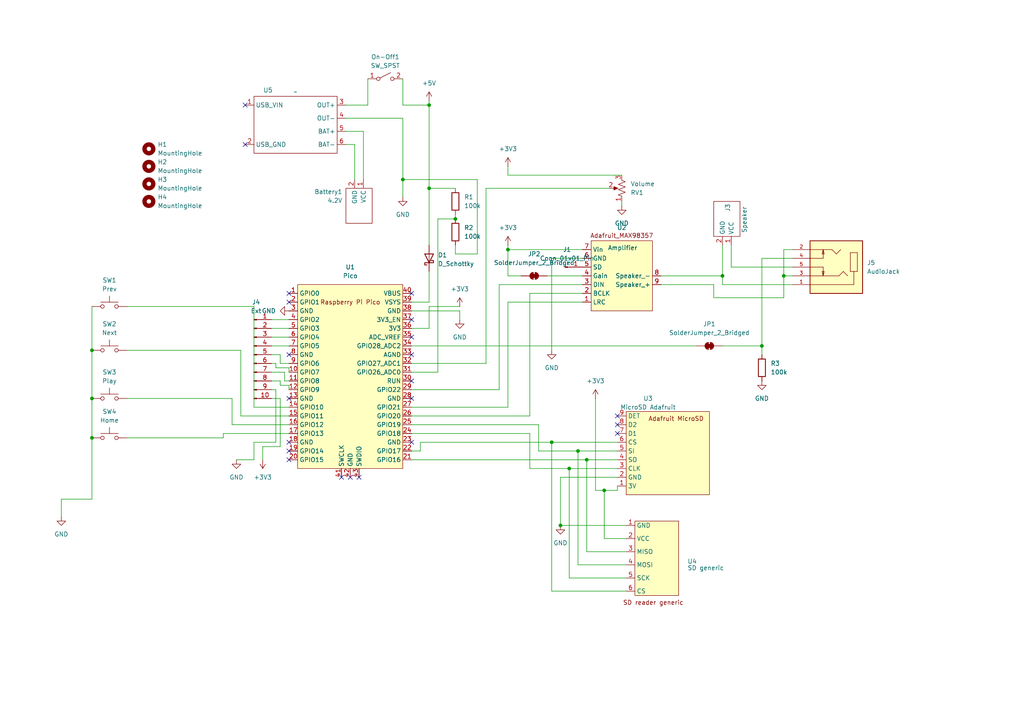
<source format=kicad_sch>
(kicad_sch (version 20231120) (generator "eeschema") (generator_version "8.0")
  (paper "A4")
  (title_block (title "Boite à histoire") (date "2024-04-26") (rev "12") (company "Fablab'ke"))
  (lib_symbols
    (symbol "Connector:Conn_01x01_Pin" (pin_names (offset 1.016) hide)
      (property "Reference" "J" (at 0 2.54 0))
      (property "Value" "Conn_01x01_Pin" (at 0 -2.54 0))
      (symbol "Conn_01x01_Pin_1_1"
        (polyline (pts (xy 1.27 0) (xy 0.8636 0)) (stroke (width 0.1524)))
        (rectangle (start 0.8636 0.127) (end 0 -0.127) (stroke (width 0.1524)) (fill (type outline)))
        (pin passive line (at 5.08 0 180) (length 3.81) (name "Pin_1") (number "1"))
      )
    )
    (symbol "Connector:Conn_01x10_Pin" (pin_names (offset 1.016) hide)
      (property "Reference" "J" (at 0 12.7 0))
      (property "Value" "Conn_01x10_Pin" (at 0 -15.24 0))
      (symbol "Conn_01x10_Pin_1_1"
        (polyline (pts (xy 1.27 -12.7) (xy 0.8636 -12.7)) (stroke (width 0.1524)))
        (polyline (pts (xy 1.27 -10.16) (xy 0.8636 -10.16)) (stroke (width 0.1524)))
        (polyline (pts (xy 1.27 -7.62) (xy 0.8636 -7.62)) (stroke (width 0.1524)))
        (polyline (pts (xy 1.27 -5.08) (xy 0.8636 -5.08)) (stroke (width 0.1524)))
        (polyline (pts (xy 1.27 -2.54) (xy 0.8636 -2.54)) (stroke (width 0.1524)))
        (polyline (pts (xy 1.27 0) (xy 0.8636 0)) (stroke (width 0.1524)))
        (polyline (pts (xy 1.27 2.54) (xy 0.8636 2.54)) (stroke (width 0.1524)))
        (polyline (pts (xy 1.27 5.08) (xy 0.8636 5.08)) (stroke (width 0.1524)))
        (polyline (pts (xy 1.27 7.62) (xy 0.8636 7.62)) (stroke (width 0.1524)))
        (polyline (pts (xy 1.27 10.16) (xy 0.8636 10.16)) (stroke (width 0.1524)))
        (rectangle (start 0.8636 -12.573) (end 0 -12.827) (stroke (width 0.1524)) (fill (type outline)))
        (rectangle (start 0.8636 -10.033) (end 0 -10.287) (stroke (width 0.1524)) (fill (type outline)))
        (rectangle (start 0.8636 -7.493) (end 0 -7.747) (stroke (width 0.1524)) (fill (type outline)))
        (rectangle (start 0.8636 -4.953) (end 0 -5.207) (stroke (width 0.1524)) (fill (type outline)))
        (rectangle (start 0.8636 -2.413) (end 0 -2.667) (stroke (width 0.1524)) (fill (type outline)))
        (rectangle (start 0.8636 0.127) (end 0 -0.127) (stroke (width 0.1524)) (fill (type outline)))
        (rectangle (start 0.8636 2.667) (end 0 2.413) (stroke (width 0.1524)) (fill (type outline)))
        (rectangle (start 0.8636 5.207) (end 0 4.953) (stroke (width 0.1524)) (fill (type outline)))
        (rectangle (start 0.8636 7.747) (end 0 7.493) (stroke (width 0.1524)) (fill (type outline)))
        (rectangle (start 0.8636 10.287) (end 0 10.033) (stroke (width 0.1524)) (fill (type outline)))
        (pin passive line (at 5.08 10.16 180) (length 3.81) (name "Pin_1") (number "1"))
        (pin passive line (at 5.08 -12.7 180) (length 3.81) (name "Pin_10") (number "10"))
        (pin passive line (at 5.08 7.62 180) (length 3.81) (name "Pin_2") (number "2"))
        (pin passive line (at 5.08 5.08 180) (length 3.81) (name "Pin_3") (number "3"))
        (pin passive line (at 5.08 2.54 180) (length 3.81) (name "Pin_4") (number "4"))
        (pin passive line (at 5.08 0 180) (length 3.81) (name "Pin_5") (number "5"))
        (pin passive line (at 5.08 -2.54 180) (length 3.81) (name "Pin_6") (number "6"))
        (pin passive line (at 5.08 -5.08 180) (length 3.81) (name "Pin_7") (number "7"))
        (pin passive line (at 5.08 -7.62 180) (length 3.81) (name "Pin_8") (number "8"))
        (pin passive line (at 5.08 -10.16 180) (length 3.81) (name "Pin_9") (number "9"))
      )
    )
    (symbol "Device:D_Schottky" (pin_numbers hide) (pin_names (offset 1.016) hide)
      (property "Reference" "D" (at 0 2.54 0))
      (property "Value" "D_Schottky" (at 0 -2.54 0))
      (symbol "D_Schottky_0_1"
        (polyline (pts (xy 1.27 0) (xy -1.27 0)))
        (polyline (pts (xy 1.27 1.27) (xy 1.27 -1.27) (xy -1.27 0) (xy 1.27 1.27)) (stroke (width 0.254)))
        (polyline (pts (xy -1.905 0.635) (xy -1.905 1.27) (xy -1.27 1.27) (xy -1.27 -1.27) (xy -0.635 -1.27) (xy -0.635 -0.635)) (stroke (width 0.254)))
      )
      (symbol "D_Schottky_1_1"
        (pin passive line (at -3.81 0 0) (length 2.54) (name "K") (number "1"))
        (pin passive line (at 3.81 0 180) (length 2.54) (name "A") (number "2"))
      )
    )
    (symbol "Device:R" (pin_numbers hide) (pin_names (offset 0))
      (property "Reference" "R" (at 2.032 0 90))
      (property "Value" "R" (at 0 0 90))
      (symbol "R_0_1"
        (rectangle (start -1.016 -2.54) (end 1.016 2.54) (stroke (width 0.254)))
      )
      (symbol "R_1_1"
        (pin passive line (at 0 3.81 270) (length 1.27) (name "~") (number "1"))
        (pin passive line (at 0 -3.81 90) (length 1.27) (name "~") (number "2"))
      )
    )
    (symbol "Device:R_Potentiometer_US" (pin_names (offset 1.016) hide)
      (property "Reference" "RV" (at -4.445 0 90))
      (property "Value" "R_Potentiometer_US" (at -2.54 0 90))
      (symbol "R_Potentiometer_US_0_1"
        (polyline (pts (xy 0 -2.286) (xy 0 -2.54)))
        (polyline (pts (xy 0 2.54) (xy 0 2.286)))
        (polyline (pts (xy 2.54 0) (xy 1.524 0)))
        (polyline (pts (xy 1.143 0) (xy 2.286 0.508) (xy 2.286 -0.508) (xy 1.143 0)) (fill (type outline)))
        (polyline (pts (xy 0 -0.762) (xy 1.016 -1.143) (xy 0 -1.524) (xy -1.016 -1.905) (xy 0 -2.286)))
        (polyline (pts (xy 0 0.762) (xy 1.016 0.381) (xy 0 0) (xy -1.016 -0.381) (xy 0 -0.762)))
        (polyline (pts (xy 0 2.286) (xy 1.016 1.905) (xy 0 1.524) (xy -1.016 1.143) (xy 0 0.762)))
      )
      (symbol "R_Potentiometer_US_1_1"
        (pin passive line (at 0 3.81 270) (length 1.27) (name "1") (number "1"))
        (pin passive line (at 3.81 0 180) (length 1.27) (name "2") (number "2"))
        (pin passive line (at 0 -3.81 90) (length 1.27) (name "3") (number "3"))
      )
    )
    (symbol "GND_1" (power) (pin_numbers hide) (pin_names (offset 0) hide)
      (property "Value" "GND" (at 0 -3.81 0))
      (symbol "GND_1_0_1"
        (polyline (pts (xy 0 0) (xy 0 -1.27) (xy 1.27 -1.27) (xy 0 -2.54) (xy -1.27 -1.27) (xy 0 -1.27)))
      )
      (symbol "GND_1_1_1"
        (pin power_in line (at 0 0 270) (length 0) (name "~") (number "1"))
      )
    )
    (symbol "GND_2" (power) (pin_numbers hide) (pin_names (offset 0) hide)
      (property "Value" "GND" (at 0 -3.81 0))
      (symbol "GND_2_0_1"
        (polyline (pts (xy 0 0) (xy 0 -1.27) (xy 1.27 -1.27) (xy 0 -2.54) (xy -1.27 -1.27) (xy 0 -1.27)))
      )
      (symbol "GND_2_1_1"
        (pin power_in line (at 0 0 270) (length 0) (name "~") (number "1"))
      )
    )
    (symbol "GND_3" (power) (pin_numbers hide) (pin_names (offset 0) hide)
      (property "Value" "GND" (at 0 -3.81 0))
      (symbol "GND_3_0_1"
        (polyline (pts (xy 0 0) (xy 0 -1.27) (xy 1.27 -1.27) (xy 0 -2.54) (xy -1.27 -1.27) (xy 0 -1.27)))
      )
      (symbol "GND_3_1_1"
        (pin power_in line (at 0 0 270) (length 0) (name "~") (number "1"))
      )
    )
    (symbol "GND_4" (power) (pin_numbers hide) (pin_names (offset 0) hide)
      (property "Value" "GND" (at 0 -3.81 0))
      (symbol "GND_4_0_1"
        (polyline (pts (xy 0 0) (xy 0 -1.27) (xy 1.27 -1.27) (xy 0 -2.54) (xy -1.27 -1.27) (xy 0 -1.27)))
      )
      (symbol "GND_4_1_1"
        (pin power_in line (at 0 0 270) (length 0) (name "~") (number "1"))
      )
    )
    (symbol "GND_6" (power) (pin_numbers hide) (pin_names (offset 0) hide)
      (property "Value" "GND" (at 0 -3.81 0))
      (symbol "GND_6_0_1"
        (polyline (pts (xy 0 0) (xy 0 -1.27) (xy 1.27 -1.27) (xy 0 -2.54) (xy -1.27 -1.27) (xy 0 -1.27)))
      )
      (symbol "GND_6_1_1"
        (pin power_in line (at 0 0 270) (length 0) (name "~") (number "1"))
      )
    )
    (symbol "Jumper:SolderJumper_2_Bridged" (pin_numbers hide) (pin_names (offset 0) hide) (exclude_from_sim yes) (in_bom no)
      (property "Reference" "JP" (at 0 2.032 0))
      (property "Value" "SolderJumper_2_Bridged" (at 0 -2.54 0))
      (symbol "SolderJumper_2_Bridged_0_1"
        (rectangle (start -0.508 0.508) (end 0.508 -0.508) (fill (type outline)))
        (arc (start -0.254 1.016) (mid -1.2656 0) (end -0.254 -1.016))
        (arc (start -0.254 1.016) (mid -1.2656 0) (end -0.254 -1.016) (fill (type outline)))
        (polyline (pts (xy -0.254 1.016) (xy -0.254 -1.016)))
        (polyline (pts (xy 0.254 1.016) (xy 0.254 -1.016)))
        (arc (start 0.254 -1.016) (mid 1.2656 0) (end 0.254 1.016))
        (arc (start 0.254 -1.016) (mid 1.2656 0) (end 0.254 1.016) (fill (type outline)))
      )
      (symbol "SolderJumper_2_Bridged_1_1"
        (pin passive line (at -3.81 0 0) (length 2.54) (name "A") (number "1"))
        (pin passive line (at 3.81 0 180) (length 2.54) (name "B") (number "2"))
      )
    )
    (symbol "MCU_RaspberryPi_and_Boards:Pico"
      (property "Reference" "U" (at -13.97 27.94 0))
      (property "Value" "Pico" (at 0 19.05 0))
      (symbol "Pico_0_0"
        (text "Raspberry Pi Pico" (at 0 21.59 0) (effects (font (size 1.27 1.27))))
      )
      (symbol "Pico_0_1"
        (rectangle (start -15.24 26.67) (end 15.24 -26.67) (fill (type background)))
      )
      (symbol "Pico_1_1"
        (pin bidirectional line (at -17.78 24.13 0) (length 2.54) (name "GPIO0") (number "1"))
        (pin bidirectional line (at -17.78 1.27 0) (length 2.54) (name "GPIO7") (number "10"))
        (pin bidirectional line (at -17.78 -1.27 0) (length 2.54) (name "GPIO8") (number "11"))
        (pin bidirectional line (at -17.78 -3.81 0) (length 2.54) (name "GPIO9") (number "12"))
        (pin power_in line (at -17.78 -6.35 0) (length 2.54) (name "GND") (number "13"))
        (pin bidirectional line (at -17.78 -8.89 0) (length 2.54) (name "GPIO10") (number "14"))
        (pin bidirectional line (at -17.78 -11.43 0) (length 2.54) (name "GPIO11") (number "15"))
        (pin bidirectional line (at -17.78 -13.97 0) (length 2.54) (name "GPIO12") (number "16"))
        (pin bidirectional line (at -17.78 -16.51 0) (length 2.54) (name "GPIO13") (number "17"))
        (pin power_in line (at -17.78 -19.05 0) (length 2.54) (name "GND") (number "18"))
        (pin bidirectional line (at -17.78 -21.59 0) (length 2.54) (name "GPIO14") (number "19"))
        (pin bidirectional line (at -17.78 21.59 0) (length 2.54) (name "GPIO1") (number "2"))
        (pin bidirectional line (at -17.78 -24.13 0) (length 2.54) (name "GPIO15") (number "20"))
        (pin bidirectional line (at 17.78 -24.13 180) (length 2.54) (name "GPIO16") (number "21"))
        (pin bidirectional line (at 17.78 -21.59 180) (length 2.54) (name "GPIO17") (number "22"))
        (pin power_in line (at 17.78 -19.05 180) (length 2.54) (name "GND") (number "23"))
        (pin bidirectional line (at 17.78 -16.51 180) (length 2.54) (name "GPIO18") (number "24"))
        (pin bidirectional line (at 17.78 -13.97 180) (length 2.54) (name "GPIO19") (number "25"))
        (pin bidirectional line (at 17.78 -11.43 180) (length 2.54) (name "GPIO20") (number "26"))
        (pin bidirectional line (at 17.78 -8.89 180) (length 2.54) (name "GPIO21") (number "27"))
        (pin power_in line (at 17.78 -6.35 180) (length 2.54) (name "GND") (number "28"))
        (pin bidirectional line (at 17.78 -3.81 180) (length 2.54) (name "GPIO22") (number "29"))
        (pin power_in line (at -17.78 19.05 0) (length 2.54) (name "GND") (number "3"))
        (pin input line (at 17.78 -1.27 180) (length 2.54) (name "RUN") (number "30"))
        (pin bidirectional line (at 17.78 1.27 180) (length 2.54) (name "GPIO26_ADC0") (number "31"))
        (pin bidirectional line (at 17.78 3.81 180) (length 2.54) (name "GPIO27_ADC1") (number "32"))
        (pin power_in line (at 17.78 6.35 180) (length 2.54) (name "AGND") (number "33"))
        (pin bidirectional line (at 17.78 8.89 180) (length 2.54) (name "GPIO28_ADC2") (number "34"))
        (pin power_in line (at 17.78 11.43 180) (length 2.54) (name "ADC_VREF") (number "35"))
        (pin power_in line (at 17.78 13.97 180) (length 2.54) (name "3V3") (number "36"))
        (pin input line (at 17.78 16.51 180) (length 2.54) (name "3V3_EN") (number "37"))
        (pin bidirectional line (at 17.78 19.05 180) (length 2.54) (name "GND") (number "38"))
        (pin power_in line (at 17.78 21.59 180) (length 2.54) (name "VSYS") (number "39"))
        (pin bidirectional line (at -17.78 16.51 0) (length 2.54) (name "GPIO2") (number "4"))
        (pin power_in line (at 17.78 24.13 180) (length 2.54) (name "VBUS") (number "40"))
        (pin input line (at -2.54 -29.21 90) (length 2.54) (name "SWCLK") (number "41"))
        (pin power_in line (at 0 -29.21 90) (length 2.54) (name "GND") (number "42"))
        (pin bidirectional line (at 2.54 -29.21 90) (length 2.54) (name "SWDIO") (number "43"))
        (pin bidirectional line (at -17.78 13.97 0) (length 2.54) (name "GPIO3") (number "5"))
        (pin bidirectional line (at -17.78 11.43 0) (length 2.54) (name "GPIO4") (number "6"))
        (pin bidirectional line (at -17.78 8.89 0) (length 2.54) (name "GPIO5") (number "7"))
        (pin power_in line (at -17.78 6.35 0) (length 2.54) (name "GND") (number "8"))
        (pin bidirectional line (at -17.78 3.81 0) (length 2.54) (name "GPIO6") (number "9"))
      )
    )
    (symbol "Mechanical:MountingHole" (pin_names (offset 1.016))
      (property "Reference" "H" (at 0 5.08 0))
      (property "Value" "MountingHole" (at 0 3.175 0))
      (symbol "MountingHole_0_1"
        (circle (center 0 0) (radius 1.27) (stroke (width 1.27)))
      )
    )
    (symbol "SJ1-3535:SJ1-3535" (pin_names (offset 1.016) hide)
      (property "Reference" "J" (at -7.62 8.382 0))
      (property "Value" "SJ1-3535" (at -7.62 -10.16 0))
      (symbol "SJ1-3535_0_0"
        (rectangle (start -7.62 -7.62) (end 7.62 7.62) (stroke (width 0.254)) (fill (type background)))
        (polyline (pts (xy -6.096 -4.191) (xy -6.096 1.27)) (stroke (width 0.1524)))
        (polyline (pts (xy -6.096 1.27) (xy -5.08 1.27)) (stroke (width 0.1524)))
        (polyline (pts (xy -5.08 1.27) (xy -4.064 1.27)) (stroke (width 0.1524)))
        (polyline (pts (xy -5.08 5.08) (xy -5.08 1.27)) (stroke (width 0.1524)))
        (polyline (pts (xy -4.064 -4.191) (xy -6.096 -4.191)) (stroke (width 0.1524)))
        (polyline (pts (xy -4.064 1.27) (xy -4.064 -4.191)) (stroke (width 0.1524)))
        (polyline (pts (xy -2.032 1.27) (xy -3.302 2.54)) (stroke (width 0.1524)))
        (polyline (pts (xy -0.762 2.54) (xy -2.032 1.27)) (stroke (width 0.1524)))
        (polyline (pts (xy 0 -3.81) (xy -1.27 -5.08)) (stroke (width 0.1524)))
        (polyline (pts (xy 1.27 -5.08) (xy 0 -3.81)) (stroke (width 0.1524)))
        (polyline (pts (xy 3.81 -5.08) (xy 1.27 -5.08)) (stroke (width 0.1524)))
        (polyline (pts (xy 3.81 -5.08) (xy 3.81 -2.54)) (stroke (width 0.1524)))
        (polyline (pts (xy 3.81 0) (xy 3.81 2.54)) (stroke (width 0.1524)))
        (polyline (pts (xy 3.81 2.54) (xy -0.762 2.54)) (stroke (width 0.1524)))
        (polyline (pts (xy 7.62 -5.08) (xy 3.81 -5.08)) (stroke (width 0.1524)))
        (polyline (pts (xy 7.62 -2.54) (xy 3.81 -2.54)) (stroke (width 0.1524)))
        (polyline (pts (xy 7.62 0) (xy 3.81 0)) (stroke (width 0.1524)))
        (polyline (pts (xy 7.62 2.54) (xy 3.81 2.54)) (stroke (width 0.1524)))
        (polyline (pts (xy 7.62 5.08) (xy -5.08 5.08)) (stroke (width 0.1524)))
        (polyline (pts (xy 3.81 -5.08) (xy 3.5052 -3.81) (xy 4.1402 -3.81) (xy 3.81 -5.08)) (stroke (width 0.1524)) (fill (type background)))
        (polyline (pts (xy 3.81 2.54) (xy 4.1402 1.27) (xy 3.5052 1.27) (xy 3.81 2.54)) (stroke (width 0.1524)) (fill (type background)))
        (pin passive line (at 12.7 5.08 180) (length 5.08) (name "~") (number "1"))
        (pin passive line (at 12.7 -5.08 180) (length 5.08) (name "~") (number "2"))
        (pin passive line (at 12.7 2.54 180) (length 5.08) (name "~") (number "3"))
        (pin passive line (at 12.7 -2.54 180) (length 5.08) (name "~") (number "4"))
        (pin passive line (at 12.7 0 180) (length 5.08) (name "~") (number "5"))
      )
    )
    (symbol "Switch:SW_Push" (pin_numbers hide) (pin_names (offset 1.016) hide)
      (property "Reference" "SW" (at 1.27 2.54 0))
      (property "Value" "SW_Push" (at 0 -1.524 0))
      (symbol "SW_Push_0_1"
        (circle (center -2.032 0) (radius 0.508))
        (polyline (pts (xy 0 1.27) (xy 0 3.048)))
        (polyline (pts (xy 2.54 1.27) (xy -2.54 1.27)))
        (circle (center 2.032 0) (radius 0.508))
        (pin passive line (at -5.08 0 0) (length 2.54) (name "1") (number "1"))
        (pin passive line (at 5.08 0 180) (length 2.54) (name "2") (number "2"))
      )
    )
    (symbol "Switch:SW_SPST" (pin_names (offset 0) hide)
      (property "Reference" "SW" (at 0 3.175 0))
      (property "Value" "SW_SPST" (at 0 -2.54 0))
      (symbol "SW_SPST_0_0"
        (circle (center -2.032 0) (radius 0.508))
        (polyline (pts (xy -1.524 0.254) (xy 1.524 1.778)))
        (circle (center 2.032 0) (radius 0.508))
      )
      (symbol "SW_SPST_1_1"
        (pin passive line (at -5.08 0 0) (length 2.54) (name "A") (number "1"))
        (pin passive line (at 5.08 0 180) (length 2.54) (name "B") (number "2"))
      )
    )
    (symbol "power:+3V3" (power) (pin_numbers hide) (pin_names (offset 0) hide)
      (property "Value" "+3V3" (at 0 3.556 0))
      (symbol "+3V3_0_1"
        (polyline (pts (xy -0.762 1.27) (xy 0 2.54)))
        (polyline (pts (xy 0 0) (xy 0 2.54)))
        (polyline (pts (xy 0 2.54) (xy 0.762 1.27)))
      )
      (symbol "+3V3_1_1"
        (pin power_in line (at 0 0 90) (length 0) (name "~") (number "1"))
      )
    )
    (symbol "power:+5V" (power) (pin_numbers hide) (pin_names (offset 0) hide)
      (property "Value" "+5V" (at 0 3.556 0))
      (symbol "+5V_0_1"
        (polyline (pts (xy -0.762 1.27) (xy 0 2.54)))
        (polyline (pts (xy 0 0) (xy 0 2.54)))
        (polyline (pts (xy 0 2.54) (xy 0.762 1.27)))
      )
      (symbol "+5V_1_1"
        (pin power_in line (at 0 0 90) (length 0) (name "~") (number "1"))
      )
    )
    (symbol "power:GND" (power) (pin_numbers hide) (pin_names (offset 0) hide)
      (property "Value" "GND" (at 0 -3.81 0))
      (symbol "GND_0_1"
        (polyline (pts (xy 0 0) (xy 0 -1.27) (xy 1.27 -1.27) (xy 0 -2.54) (xy -1.27 -1.27) (xy 0 -1.27)))
      )
      (symbol "GND_1_1"
        (pin power_in line (at 0 0 270) (length 0) (name "~") (number "1"))
      )
    )
    (symbol "storybox:Adafruit_MAX98357"
      (property "Reference" "U" (at 0.508 4.318 0))
      (symbol "Adafruit_MAX98357_1_1"
        (rectangle (start -6.35 2.54) (end 11.43 -17.78) (fill (type background)))
        (text "Adafruit_MAX98357" (at 2.54 -19.304 0) (effects (font (size 1.27 1.27))))
        (pin input line (at -8.89 0 0) (length 2.54) (name "LRC") (number "1"))
        (pin input line (at -8.89 -2.54 0) (length 2.54) (name "BCLK") (number "2"))
        (pin input line (at -8.89 -5.08 0) (length 2.54) (name "DIN") (number "3"))
        (pin input line (at -8.89 -7.62 0) (length 2.54) (name "Gain") (number "4"))
        (pin input line (at -8.89 -10.16 0) (length 2.54) (name "SD") (number "5"))
        (pin power_in line (at -8.89 -12.7 0) (length 2.54) (name "GND") (number "6"))
        (pin power_in line (at -8.89 -15.24 0) (length 2.54) (name "Vin") (number "7"))
        (pin output line (at 13.97 -7.62 180) (length 2.54) (name "Speaker_-") (number "8"))
        (pin output line (at 13.97 -5.08 180) (length 2.54) (name "Speaker_+") (number "9"))
      )
    )
    (symbol "storybox:Adafruit_MicroSd_3v"
      (property "Reference" "U" (at 6.096 1.524 0))
      (symbol "Adafruit_MicroSd_3v_1_1"
        (rectangle (start 0 0) (end 24.13 -24.13) (fill (type background)))
        (text "Adafruit MicroSD" (at 14.478 -22.098 0) (effects (font (size 1.27 1.27))))
        (pin power_in line (at -2.54 -2.54 0) (length 2.54) (name "3V") (number "1"))
        (pin power_in line (at -2.54 -5.08 0) (length 2.54) (name "GND") (number "2"))
        (pin input line (at -2.54 -7.62 0) (length 2.54) (name "CLK") (number "3"))
        (pin bidirectional line (at -2.54 -10.16 0) (length 2.54) (name "SO") (number "4"))
        (pin bidirectional line (at -2.54 -12.7 0) (length 2.54) (name "SI") (number "5"))
        (pin bidirectional line (at -2.54 -15.24 0) (length 2.54) (name "CS") (number "6"))
        (pin bidirectional line (at -2.54 -17.78 0) (length 2.54) (name "D1") (number "7"))
        (pin bidirectional line (at -2.54 -20.32 0) (length 2.54) (name "D2") (number "8"))
        (pin bidirectional line (at -2.54 -22.86 0) (length 2.54) (name "DET") (number "9"))
      )
    )
    (symbol "storybox:MicroSd_generic"
      (property "Reference" "U" (at 0 0 0))
      (symbol "MicroSd_generic_1_1"
        (rectangle (start 2.54 -1.27) (end 15.24 -22.86) (fill (type background)))
        (text "SD reader generic" (at 7.874 -24.892 0) (effects (font (size 1.27 1.27))))
        (pin power_in line (at 0 -2.54 0) (length 2.54) (name "GND") (number "1"))
        (pin power_in line (at 0 -6.35 0) (length 2.54) (name "VCC") (number "2"))
        (pin bidirectional line (at 0 -10.16 0) (length 2.54) (name "MISO") (number "3"))
        (pin bidirectional line (at 0 -13.97 0) (length 2.54) (name "MOSI") (number "4"))
        (pin bidirectional line (at 0 -17.78 0) (length 2.54) (name "SCK") (number "5"))
        (pin bidirectional line (at 0 -21.59 0) (length 2.54) (name "CS") (number "6"))
      )
    )
    (symbol "storybox:polarized_connector"
      (property "Reference" "U" (at 3.048 1.27 0))
      (symbol "polarized_connector_0_1"
        (rectangle (start 2.54 0) (end 12.7 -7.62))
      )
      (symbol "polarized_connector_1_1"
        (pin power_in line (at 0 -2.54 0) (length 2.54) (name "VCC") (number "1"))
        (pin power_in line (at 0 -5.08 0) (length 2.54) (name "GND") (number "2"))
      )
    )
    (symbol "storybox:tp4056_charger"
      (property "Reference" "U" (at 0 0 0))
      (symbol "tp4056_charger_0_1"
        (rectangle (start -3.81 -1.27) (end 20.32 -17.78))
      )
      (symbol "tp4056_charger_1_1"
        (pin power_in line (at -6.35 -3.81 0) (length 2.54) (name "USB_VIN") (number "1"))
        (pin power_in line (at -6.35 -15.24 0) (length 2.54) (name "USB_GND") (number "2"))
        (pin power_out line (at 22.86 -3.81 180) (length 2.54) (name "OUT+") (number "3"))
        (pin power_out line (at 22.86 -7.62 180) (length 2.54) (name "OUT-") (number "4"))
        (pin power_in line (at 22.86 -11.43 180) (length 2.54) (name "BAT+") (number "5"))
        (pin power_in line (at 22.86 -15.24 180) (length 2.54) (name "BAT-") (number "6"))
      )
    )
  )
  (junction (at 165.1 135.89))
  (junction (at 209.55 80.01))
  (junction (at 220.98 100.33))
  (junction (at 162.56 152.4))
  (junction (at 160.02 128.27))
  (junction (at 132.08 63.5))
  (junction (at 170.18 133.35))
  (junction (at 227.33 80.01))
  (junction (at 167.64 130.81))
  (junction (at 147.32 72.39))
  (junction (at 26.67 127))
  (junction (at 175.26 142.24))
  (junction (at 124.46 54.61))
  (junction (at 116.84 52.07))
  (junction (at 26.67 101.6))
  (junction (at 26.67 115.57))
  (junction (at 124.46 30.48))
  (no_connect (at 83.82 85.09))
  (no_connect (at 119.38 110.49))
  (no_connect (at 71.12 30.48))
  (no_connect (at 119.38 85.09))
  (no_connect (at 83.82 133.35))
  (no_connect (at 101.6 138.43))
  (no_connect (at 119.38 92.71))
  (no_connect (at 179.07 120.65))
  (no_connect (at 83.82 130.81))
  (no_connect (at 119.38 102.87))
  (no_connect (at 99.06 138.43))
  (no_connect (at 83.82 128.27))
  (no_connect (at 83.82 115.57))
  (no_connect (at 104.14 138.43))
  (no_connect (at 71.12 41.91))
  (no_connect (at 119.38 97.79))
  (no_connect (at 119.38 128.27))
  (no_connect (at 119.38 115.57))
  (no_connect (at 83.82 87.63))
  (no_connect (at 83.82 102.87))
  (no_connect (at 179.07 123.19))
  (no_connect (at 179.07 125.73))
  (wire (pts (xy 172.72 142.24) (xy 175.26 142.24)))
  (wire (pts (xy 82.55 107.95) (xy 82.55 110.49)))
  (wire (pts (xy 191.77 82.55) (xy 207.01 82.55)))
  (wire (pts (xy 73.66 133.35) (xy 73.66 128.27)))
  (wire (pts (xy 36.83 115.57) (xy 67.31 115.57)))
  (wire (pts (xy 180.34 58.42) (xy 180.34 59.69)))
  (wire (pts (xy 67.31 115.57) (xy 67.31 123.19)))
  (wire (pts (xy 17.78 144.78) (xy 17.78 149.86)))
  (wire (pts (xy 132.08 63.5) (xy 127 63.5)))
  (wire (pts (xy 124.46 54.61) (xy 124.46 71.12)))
  (wire (pts (xy 76.2 133.35) (xy 76.2 129.54)))
  (wire (pts (xy 127 107.95) (xy 119.38 107.95)))
  (wire (pts (xy 138.43 73.66) (xy 138.43 52.07)))
  (wire (pts (xy 76.2 129.54) (xy 81.28 129.54)))
  (wire (pts (xy 78.74 107.95) (xy 82.55 107.95)))
  (wire (pts (xy 181.61 160.02) (xy 170.18 160.02)))
  (wire (pts (xy 176.53 54.61) (xy 140.97 54.61)))
  (wire (pts (xy 147.32 50.8) (xy 180.34 50.8)))
  (wire (pts (xy 160.02 74.93) (xy 168.91 74.93)))
  (wire (pts (xy 124.46 29.21) (xy 124.46 30.48)))
  (wire (pts (xy 116.84 52.07) (xy 138.43 52.07)))
  (wire (pts (xy 124.46 95.25) (xy 119.38 95.25)))
  (wire (pts (xy 151.13 80.01) (xy 147.32 80.01)))
  (wire (pts (xy 116.84 22.86) (xy 116.84 30.48)))
  (wire (pts (xy 220.98 74.93) (xy 220.98 100.33)))
  (wire (pts (xy 116.84 30.48) (xy 124.46 30.48)))
  (wire (pts (xy 191.77 80.01) (xy 209.55 80.01)))
  (wire (pts (xy 212.09 71.12) (xy 212.09 77.47)))
  (wire (pts (xy 124.46 30.48) (xy 124.46 54.61)))
  (wire (pts (xy 227.33 86.36) (xy 227.33 80.01)))
  (wire (pts (xy 229.87 74.93) (xy 220.98 74.93)))
  (wire (pts (xy 147.32 80.01) (xy 147.32 72.39)))
  (wire (pts (xy 105.41 38.1) (xy 105.41 52.07)))
  (wire (pts (xy 181.61 156.21) (xy 175.26 156.21)))
  (wire (pts (xy 144.78 82.55) (xy 168.91 82.55)))
  (wire (pts (xy 78.74 115.57) (xy 81.28 115.57)))
  (wire (pts (xy 144.78 113.03) (xy 144.78 82.55)))
  (wire (pts (xy 100.33 41.91) (xy 102.87 41.91)))
  (wire (pts (xy 83.82 106.68) (xy 83.82 107.95)))
  (wire (pts (xy 160.02 101.6) (xy 160.02 74.93)))
  (wire (pts (xy 209.55 82.55) (xy 229.87 82.55)))
  (wire (pts (xy 147.32 48.26) (xy 147.32 50.8)))
  (wire (pts (xy 80.01 106.68) (xy 83.82 106.68)))
  (wire (pts (xy 179.07 135.89) (xy 165.1 135.89)))
  (wire (pts (xy 167.64 130.81) (xy 156.21 130.81)))
  (wire (pts (xy 119.38 113.03) (xy 144.78 113.03)))
  (wire (pts (xy 80.01 105.41) (xy 80.01 106.68)))
  (wire (pts (xy 153.67 120.65) (xy 153.67 85.09)))
  (wire (pts (xy 26.67 115.57) (xy 26.67 127)))
  (wire (pts (xy 124.46 87.63) (xy 119.38 87.63)))
  (wire (pts (xy 140.97 54.61) (xy 140.97 105.41)))
  (wire (pts (xy 158.75 80.01) (xy 168.91 80.01)))
  (wire (pts (xy 207.01 82.55) (xy 207.01 86.36)))
  (wire (pts (xy 175.26 156.21) (xy 175.26 142.24)))
  (wire (pts (xy 209.55 71.12) (xy 209.55 80.01)))
  (wire (pts (xy 133.35 90.17) (xy 119.38 90.17)))
  (wire (pts (xy 209.55 80.01) (xy 209.55 82.55)))
  (wire (pts (xy 207.01 86.36) (xy 227.33 86.36)))
  (wire (pts (xy 36.83 101.6) (xy 69.85 101.6)))
  (wire (pts (xy 165.1 135.89) (xy 153.67 135.89)))
  (wire (pts (xy 80.01 113.03) (xy 78.74 113.03)))
  (wire (pts (xy 167.64 163.83) (xy 167.64 130.81)))
  (wire (pts (xy 156.21 130.81) (xy 156.21 123.19)))
  (wire (pts (xy 116.84 34.29) (xy 116.84 52.07)))
  (wire (pts (xy 132.08 71.12) (xy 132.08 73.66)))
  (wire (pts (xy 78.74 100.33) (xy 83.82 100.33)))
  (wire (pts (xy 26.67 88.9) (xy 26.67 101.6)))
  (wire (pts (xy 121.92 128.27) (xy 121.92 130.81)))
  (wire (pts (xy 81.28 110.49) (xy 81.28 111.76)))
  (wire (pts (xy 116.84 52.07) (xy 116.84 57.15)))
  (wire (pts (xy 140.97 105.41) (xy 119.38 105.41)))
  (wire (pts (xy 83.82 111.76) (xy 83.82 113.03)))
  (wire (pts (xy 80.01 128.27) (xy 80.01 113.03)))
  (wire (pts (xy 78.74 105.41) (xy 80.01 105.41)))
  (wire (pts (xy 160.02 128.27) (xy 121.92 128.27)))
  (wire (pts (xy 153.67 135.89) (xy 153.67 125.73)))
  (wire (pts (xy 36.83 127) (xy 64.77 127)))
  (wire (pts (xy 36.83 88.9) (xy 73.66 88.9)))
  (wire (pts (xy 170.18 160.02) (xy 170.18 133.35)))
  (wire (pts (xy 147.32 87.63) (xy 168.91 87.63)))
  (wire (pts (xy 78.74 110.49) (xy 81.28 110.49)))
  (wire (pts (xy 64.77 127) (xy 64.77 125.73)))
  (wire (pts (xy 153.67 85.09) (xy 168.91 85.09)))
  (wire (pts (xy 162.56 138.43) (xy 162.56 152.4)))
  (wire (pts (xy 124.46 88.9) (xy 124.46 95.25)))
  (wire (pts (xy 133.35 92.71) (xy 133.35 90.17)))
  (wire (pts (xy 68.58 133.35) (xy 73.66 133.35)))
  (wire (pts (xy 124.46 78.74) (xy 124.46 87.63)))
  (wire (pts (xy 73.66 128.27) (xy 80.01 128.27)))
  (wire (pts (xy 179.07 130.81) (xy 167.64 130.81)))
  (wire (pts (xy 132.08 73.66) (xy 138.43 73.66)))
  (wire (pts (xy 26.67 101.6) (xy 26.67 115.57)))
  (wire (pts (xy 106.68 30.48) (xy 106.68 22.86)))
  (wire (pts (xy 132.08 62.23) (xy 132.08 63.5)))
  (wire (pts (xy 227.33 72.39) (xy 227.33 80.01)))
  (wire (pts (xy 133.35 88.9) (xy 124.46 88.9)))
  (wire (pts (xy 119.38 118.11) (xy 147.32 118.11)))
  (wire (pts (xy 147.32 118.11) (xy 147.32 87.63)))
  (wire (pts (xy 78.74 95.25) (xy 83.82 95.25)))
  (wire (pts (xy 175.26 142.24) (xy 179.07 142.24)))
  (wire (pts (xy 229.87 72.39) (xy 227.33 72.39)))
  (wire (pts (xy 119.38 100.33) (xy 201.93 100.33)))
  (wire (pts (xy 170.18 133.35) (xy 179.07 133.35)))
  (wire (pts (xy 181.61 152.4) (xy 162.56 152.4)))
  (wire (pts (xy 153.67 125.73) (xy 119.38 125.73)))
  (wire (pts (xy 73.66 88.9) (xy 73.66 118.11)))
  (wire (pts (xy 78.74 92.71) (xy 83.82 92.71)))
  (wire (pts (xy 209.55 100.33) (xy 220.98 100.33)))
  (wire (pts (xy 179.07 142.24) (xy 179.07 140.97)))
  (wire (pts (xy 132.08 54.61) (xy 124.46 54.61)))
  (wire (pts (xy 26.67 144.78) (xy 17.78 144.78)))
  (wire (pts (xy 78.74 102.87) (xy 81.28 102.87)))
  (wire (pts (xy 67.31 123.19) (xy 83.82 123.19)))
  (wire (pts (xy 165.1 167.64) (xy 165.1 135.89)))
  (wire (pts (xy 64.77 125.73) (xy 83.82 125.73)))
  (wire (pts (xy 102.87 41.91) (xy 102.87 52.07)))
  (wire (pts (xy 181.61 171.45) (xy 160.02 171.45)))
  (wire (pts (xy 147.32 71.12) (xy 147.32 72.39)))
  (wire (pts (xy 69.85 101.6) (xy 69.85 120.65)))
  (wire (pts (xy 172.72 115.57) (xy 172.72 142.24)))
  (wire (pts (xy 181.61 163.83) (xy 167.64 163.83)))
  (wire (pts (xy 119.38 133.35) (xy 170.18 133.35)))
  (wire (pts (xy 69.85 120.65) (xy 83.82 120.65)))
  (wire (pts (xy 100.33 30.48) (xy 106.68 30.48)))
  (wire (pts (xy 81.28 129.54) (xy 81.28 115.57)))
  (wire (pts (xy 127 63.5) (xy 127 107.95)))
  (wire (pts (xy 78.74 97.79) (xy 83.82 97.79)))
  (wire (pts (xy 81.28 111.76) (xy 83.82 111.76)))
  (wire (pts (xy 229.87 77.47) (xy 212.09 77.47)))
  (wire (pts (xy 162.56 138.43) (xy 179.07 138.43)))
  (wire (pts (xy 160.02 171.45) (xy 160.02 128.27)))
  (wire (pts (xy 119.38 120.65) (xy 153.67 120.65)))
  (wire (pts (xy 100.33 38.1) (xy 105.41 38.1)))
  (wire (pts (xy 100.33 34.29) (xy 116.84 34.29)))
  (wire (pts (xy 156.21 123.19) (xy 119.38 123.19)))
  (wire (pts (xy 220.98 100.33) (xy 220.98 102.87)))
  (wire (pts (xy 121.92 130.81) (xy 119.38 130.81)))
  (wire (pts (xy 81.28 102.87) (xy 81.28 105.41)))
  (wire (pts (xy 26.67 127) (xy 26.67 144.78)))
  (wire (pts (xy 179.07 128.27) (xy 160.02 128.27)))
  (wire (pts (xy 81.28 105.41) (xy 83.82 105.41)))
  (wire (pts (xy 147.32 72.39) (xy 168.91 72.39)))
  (wire (pts (xy 181.61 167.64) (xy 165.1 167.64)))
  (wire (pts (xy 73.66 118.11) (xy 83.82 118.11)))
  (wire (pts (xy 227.33 80.01) (xy 229.87 80.01)))
  (wire (pts (xy 82.55 110.49) (xy 83.82 110.49)))
  (symbol (lib_id "storybox:polarized_connector") (at 107.95 52.07 270) (unit 1)
    (property "Reference" "Battery1" (at 99.314 55.626 90) (effects (justify right)))
    (property "Value" "4.2V" (at 99.314 58.166 90) (effects (justify right)))
    (property "Footprint" "storybox:connector_polarized" (effects (hide yes)))
    (property "Description" "DC Barrel Jack" (effects (hide yes)))
  )
  (symbol (lib_id "power:+3V3") (at 76.2 133.35 180) (unit 1)
    (property "Reference" "#PWR09" (effects (hide yes)))
    (property "Value" "+3V3" (at 76.2 138.43 0))
    (property "Description" "Power symbol creates a global label with name \"+3V3\"" (effects (hide yes)))
  )
  (symbol (lib_id "Device:D_Schottky") (at 124.46 74.93 90) (unit 1)
    (property "Reference" "D1" (at 127 73.9774 90) (effects (justify right)))
    (property "Value" "D_Schottky" (at 127 76.5174 90) (effects (justify right)))
    (property "Footprint" "Diode_THT:D_DO-15_P10.16mm_Horizontal" (effects (hide yes)))
    (property "Description" "Schottky diode" (effects (hide yes)))
  )
  (symbol (lib_id "storybox:polarized_connector") (at 214.63 71.12 270) (mirror x) (unit 1)
    (property "Reference" "J3" (at 211.074 61.468 0) (effects (justify left)))
    (property "Value" "Speaker" (at 215.9 67.564 0) (effects (justify left)))
    (property "Footprint" "storybox:connector_polarized" (effects (hide yes)))
    (property "Description" "Generic screw terminal, single row, 01x02, script generated (kicad-library-utils/schlib/autogen/connector/)" (effects (hide yes)))
  )
  (symbol (lib_id "power:+3V3") (at 133.35 88.9 0) (unit 1)
    (property "Reference" "#PWR02" (effects (hide yes)))
    (property "Value" "+3V3" (at 133.35 83.82 0))
    (property "Description" "Power symbol creates a global label with name \"+3V3\"" (effects (hide yes)))
  )
  (symbol (lib_id "power:+3V3") (at 147.32 48.26 0) (unit 1)
    (property "Reference" "#PWR05" (effects (hide yes)))
    (property "Value" "+3V3" (at 147.32 43.18 0))
    (property "Description" "Power symbol creates a global label with name \"+3V3\"" (effects (hide yes)))
  )
  (symbol (lib_id "Jumper:SolderJumper_2_Bridged") (at 154.94 80.01 0) (unit 1) (exclude_from_sim yes) (in_bom no)
    (property "Reference" "JP2" (at 154.94 73.66 0))
    (property "Value" "SolderJumper_2_Bridged" (at 154.94 76.2 0))
    (property "Footprint" "Jumper:SolderJumper-2_P1.3mm_Bridged_Pad1.0x1.5mm" (effects (hide yes)))
    (property "Description" "Solder Jumper, 2-pole, closed/bridged" (effects (hide yes)))
    (property "Sim.Library" "./" (effects (hide yes)))
  )
  (symbol (lib_id "Switch:SW_Push") (at 31.75 88.9 0) (mirror y) (unit 1)
    (property "Reference" "SW1" (at 31.75 81.28 0))
    (property "Value" "Prev" (at 31.75 83.82 0))
    (property "Footprint" "Button_Switch_THT:SW_PUSH-12mm" (effects (hide yes)))
    (property "Description" "Push button switch, generic, two pins" (effects (hide yes)))
  )
  (symbol (lib_name "GND_4") (lib_id "power:GND") (at 116.84 57.15 0) (unit 1)
    (property "Reference" "#PWR08" (effects (hide yes)))
    (property "Value" "GND" (at 116.84 62.23 0))
    (property "Description" "Power symbol creates a global label with name \"GND\" , ground" (effects (hide yes)))
  )
  (symbol (lib_id "power:+5V") (at 124.46 29.21 0) (unit 1)
    (property "Reference" "#PWR012" (effects (hide yes)))
    (property "Value" "+5V" (at 124.46 24.13 0))
    (property "Description" "Power symbol creates a global label with name \"+5V\"" (effects (hide yes)))
  )
  (symbol (lib_name "GND_6") (lib_id "power:GND") (at 180.34 59.69 0) (unit 1)
    (property "Reference" "#PWR010" (effects (hide yes)))
    (property "Value" "GND" (at 180.34 64.77 0))
    (property "Description" "Power symbol creates a global label with name \"GND\" , ground" (effects (hide yes)))
  )
  (symbol (lib_id "Mechanical:MountingHole") (at 43.18 48.26 0) (unit 1)
    (property "Reference" "H2" (at 45.72 46.9899 0) (effects (justify left)))
    (property "Value" "MountingHole" (at 45.72 49.5299 0) (effects (justify left)))
    (property "Footprint" "MountingHole:MountingHole_3.2mm_M3" (effects (hide yes)))
    (property "Description" "Mounting Hole without connection" (effects (hide yes)))
  )
  (symbol (lib_id "power:GND") (at 17.78 149.86 0) (mirror y) (unit 1)
    (property "Reference" "#PWR01" (effects (hide yes)))
    (property "Value" "GND" (at 17.78 154.94 0))
    (property "Description" "Power symbol creates a global label with name \"GND\" , ground" (effects (hide yes)))
  )
  (symbol (lib_id "storybox:Adafruit_MAX98357") (at 177.8 87.63 0) (mirror x) (unit 1)
    (property "Reference" "U2" (at 180.34 66.04 0))
    (property "Value" "Amplifier" (at 180.594 71.882 0))
    (property "Footprint" "storybox:Adafruit_MAX98357" (effects (hide yes)))
  )
  (symbol (lib_id "Switch:SW_SPST") (at 111.76 22.86 0) (unit 1)
    (property "Reference" "On-Off1" (at 111.76 16.51 0))
    (property "Value" "SW_SPST" (at 111.76 19.05 0))
    (property "Footprint" "storybox:connector_polarized" (effects (hide yes)))
    (property "Description" "Single Pole Single Throw (SPST) switch" (effects (hide yes)))
  )
  (symbol (lib_name "GND_2") (lib_id "power:GND") (at 160.02 101.6 0) (unit 1)
    (property "Reference" "#PWR04" (effects (hide yes)))
    (property "Value" "GND" (at 160.02 106.68 0))
    (property "Description" "Power symbol creates a global label with name \"GND\" , ground" (effects (hide yes)))
  )
  (symbol (lib_id "Device:R") (at 220.98 106.68 0) (unit 1)
    (property "Reference" "R3" (at 223.52 105.4099 0) (effects (justify left)))
    (property "Value" "100k" (at 223.52 107.9499 0) (effects (justify left)))
    (property "Footprint" "Resistor_THT:R_Axial_DIN0204_L3.6mm_D1.6mm_P2.54mm_Vertical" (effects (hide yes)))
    (property "Description" "Resistor" (effects (hide yes)))
  )
  (symbol (lib_id "Device:R_Potentiometer_US") (at 180.34 54.61 180) (unit 1)
    (property "Reference" "RV1" (at 182.88 55.8801 0) (effects (justify right)))
    (property "Value" "Volume" (at 182.88 53.3401 0) (effects (justify right)))
    (property "Footprint" "Potentiometer_THT:Potentiometer_Alps_RK163_Single_Horizontal" (effects (hide yes)))
    (property "Description" "Potentiometer, US symbol" (effects (hide yes)))
  )
  (symbol (lib_id "Connector:Conn_01x10_Pin") (at 73.66 102.87 0) (unit 1)
    (property "Reference" "J4" (at 74.295 87.63 0))
    (property "Value" "Ext" (at 74.295 90.17 0))
    (property "Footprint" "Connector_PinHeader_2.54mm:PinHeader_2x05_P2.54mm_Vertical" (effects (hide yes)))
    (property "Description" "Generic connector, single row, 01x10, script generated" (effects (hide yes)))
  )
  (symbol (lib_id "power:GND") (at 220.98 110.49 0) (unit 1)
    (property "Reference" "#PWR015" (effects (hide yes)))
    (property "Value" "GND" (at 220.98 115.57 0))
    (property "Description" "Power symbol creates a global label with name \"GND\" , ground" (effects (hide yes)))
  )
  (symbol (lib_id "Jumper:SolderJumper_2_Bridged") (at 205.74 100.33 0) (unit 1) (exclude_from_sim yes) (in_bom no)
    (property "Reference" "JP1" (at 205.74 93.98 0))
    (property "Value" "SolderJumper_2_Bridged" (at 205.74 96.52 0))
    (property "Footprint" "Jumper:SolderJumper-2_P1.3mm_Bridged_Pad1.0x1.5mm" (effects (hide yes)))
    (property "Description" "Solder Jumper, 2-pole, closed/bridged" (effects (hide yes)))
  )
  (symbol (lib_id "Mechanical:MountingHole") (at 43.18 58.42 0) (unit 1)
    (property "Reference" "H4" (at 45.72 57.1499 0) (effects (justify left)))
    (property "Value" "MountingHole" (at 45.72 59.6899 0) (effects (justify left)))
    (property "Footprint" "MountingHole:MountingHole_3.2mm_M3" (effects (hide yes)))
    (property "Description" "Mounting Hole without connection" (effects (hide yes)))
  )
  (symbol (lib_id "MCU_RaspberryPi_and_Boards:Pico") (at 101.6 109.22 0) (unit 1)
    (property "Reference" "U1" (at 101.6 77.47 0))
    (property "Value" "Pico" (at 101.6 80.01 0))
    (property "Footprint" "MCU_RaspberryPi_and_Boards:RPi_Pico_SMD_TH" (effects (hide yes)))
  )
  (symbol (lib_id "storybox:tp4056_charger") (at 77.47 26.67 0) (unit 1)
    (property "Reference" "U5" (at 77.724 26.162 0))
    (property "Value" "~" (at 85.725 26.67 0))
    (property "Footprint" "storybox:tp4056" (effects (hide yes)))
  )
  (symbol (lib_id "power:+3V3") (at 172.72 115.57 0) (unit 1)
    (property "Reference" "#PWR06" (effects (hide yes)))
    (property "Value" "+3V3" (at 172.72 110.49 0))
    (property "Description" "Power symbol creates a global label with name \"+3V3\"" (effects (hide yes)))
  )
  (symbol (lib_id "power:GND") (at 83.82 90.17 270) (unit 1)
    (property "Reference" "#PWR014" (effects (hide yes)))
    (property "Value" "GND" (at 80.01 90.1699 90) (effects (justify right)))
    (property "Description" "Power symbol creates a global label with name \"GND\" , ground" (effects (hide yes)))
  )
  (symbol (lib_id "Switch:SW_Push") (at 31.75 115.57 0) (mirror y) (unit 1)
    (property "Reference" "SW3" (at 31.75 107.95 0))
    (property "Value" "Play" (at 31.75 110.49 0))
    (property "Footprint" "Button_Switch_THT:SW_PUSH-12mm" (effects (hide yes)))
    (property "Description" "Push button switch, generic, two pins" (effects (hide yes)))
  )
  (symbol (lib_name "GND_3") (lib_id "power:GND") (at 133.35 92.71 0) (unit 1)
    (property "Reference" "#PWR07" (effects (hide yes)))
    (property "Value" "GND" (at 133.35 97.79 0))
    (property "Description" "Power symbol creates a global label with name \"GND\" , ground" (effects (hide yes)))
  )
  (symbol (lib_id "Device:R") (at 132.08 67.31 0) (unit 1)
    (property "Reference" "R2" (at 134.62 66.0399 0) (effects (justify left)))
    (property "Value" "100k" (at 134.62 68.5799 0) (effects (justify left)))
    (property "Footprint" "Resistor_THT:R_Axial_DIN0204_L3.6mm_D1.6mm_P2.54mm_Vertical" (effects (hide yes)))
    (property "Description" "Resistor" (effects (hide yes)))
  )
  (symbol (lib_name "GND_1") (lib_id "power:GND") (at 162.56 152.4 0) (unit 1)
    (property "Reference" "#PWR03" (effects (hide yes)))
    (property "Value" "GND" (at 162.56 157.48 0))
    (property "Description" "Power symbol creates a global label with name \"GND\" , ground" (effects (hide yes)))
  )
  (symbol (lib_id "Mechanical:MountingHole") (at 43.18 43.18 0) (unit 1)
    (property "Reference" "H1" (at 45.72 41.9099 0) (effects (justify left)))
    (property "Value" "MountingHole" (at 45.72 44.4499 0) (effects (justify left)))
    (property "Footprint" "MountingHole:MountingHole_3.2mm_M3" (effects (hide yes)))
    (property "Description" "Mounting Hole without connection" (effects (hide yes)))
  )
  (symbol (lib_id "storybox:Adafruit_MicroSd_3v") (at 181.61 143.51 0) (mirror x) (unit 1)
    (property "Reference" "U3" (at 187.96 115.57 0))
    (property "Value" "MicroSD Adafruit" (at 187.96 118.11 0))
    (property "Footprint" "storybox:Adafruit_MicroSd_3v" (effects (hide yes)))
  )
  (symbol (lib_id "Mechanical:MountingHole") (at 43.18 53.34 0) (unit 1)
    (property "Reference" "H3" (at 45.72 52.0699 0) (effects (justify left)))
    (property "Value" "MountingHole" (at 45.72 54.6099 0) (effects (justify left)))
    (property "Footprint" "MountingHole:MountingHole_3.2mm_M3" (effects (hide yes)))
    (property "Description" "Mounting Hole without connection" (effects (hide yes)))
  )
  (symbol (lib_id "Switch:SW_Push") (at 31.75 101.6 0) (mirror y) (unit 1)
    (property "Reference" "SW2" (at 31.75 93.98 0))
    (property "Value" "Next" (at 31.75 96.52 0))
    (property "Footprint" "Button_Switch_THT:SW_PUSH-12mm" (effects (hide yes)))
    (property "Description" "Push button switch, generic, two pins" (effects (hide yes)))
  )
  (symbol (lib_id "power:+3V3") (at 147.32 71.12 0) (unit 1)
    (property "Reference" "#PWR013" (effects (hide yes)))
    (property "Value" "+3V3" (at 147.32 66.04 0))
    (property "Description" "Power symbol creates a global label with name \"+3V3\"" (effects (hide yes)))
  )
  (symbol (lib_id "power:GND") (at 68.58 133.35 0) (unit 1)
    (property "Reference" "#PWR011" (effects (hide yes)))
    (property "Value" "GND" (at 68.58 138.43 0))
    (property "Description" "Power symbol creates a global label with name \"GND\" , ground" (effects (hide yes)))
  )
  (symbol (lib_id "SJ1-3535:SJ1-3535") (at 242.57 77.47 180) (unit 1)
    (property "Reference" "J5" (at 251.46 76.1999 0) (effects (justify right)))
    (property "Value" "AudioJack" (at 251.46 78.7399 0) (effects (justify right)))
    (property "Footprint" "storybox:CUI_SJ1-3525NG-GR" (effects (hide yes)))
    (property "Description" "1.03" (effects (hide yes)))
    (property "STANDARD" "Manufacturer Recommendations" (effects (hide yes)))
    (property "MAXIMUM_PACKAGE_HEIGHT" "12.8 mm" (effects (hide yes)))
    (property "MANUFACTURER" "CUI Devices" (effects (hide yes)))
  )
  (symbol (lib_id "storybox:MicroSd_generic") (at 181.61 149.86 0) (unit 1)
    (property "Reference" "U4" (at 199.39 162.8167 0) (effects (justify left)))
    (property "Value" "SD generic" (at 199.39 164.7218 0) (effects (justify left)))
    (property "Footprint" "storybox:sd_reader_generic" (effects (hide yes)))
  )
  (symbol (lib_id "Device:R") (at 132.08 58.42 0) (unit 1)
    (property "Reference" "R1" (at 134.62 57.1499 0) (effects (justify left)))
    (property "Value" "100k" (at 134.62 59.6899 0) (effects (justify left)))
    (property "Footprint" "Resistor_THT:R_Axial_DIN0204_L3.6mm_D1.6mm_P2.54mm_Vertical" (effects (hide yes)))
    (property "Description" "Resistor" (effects (hide yes)))
  )
  (symbol (lib_id "Switch:SW_Push") (at 31.75 127 0) (mirror y) (unit 1)
    (property "Reference" "SW4" (at 31.75 119.38 0))
    (property "Value" "Home" (at 31.75 121.92 0))
    (property "Footprint" "Button_Switch_THT:SW_PUSH-12mm" (effects (hide yes)))
    (property "Description" "Push button switch, generic, two pins" (effects (hide yes)))
  )
  (symbol (lib_id "Connector:Conn_01x01_Pin") (at 163.83 77.47 0) (unit 1)
    (property "Reference" "J1" (at 164.465 72.39 0))
    (property "Value" "Conn_01x01_Pin" (at 164.465 74.93 0))
    (property "Footprint" "Connector_PinHeader_2.54mm:PinHeader_1x01_P2.54mm_Vertical" (effects (hide yes)))
    (property "Description" "Generic connector, single row, 01x01, script generated" (effects (hide yes)))
  )
)
</source>
